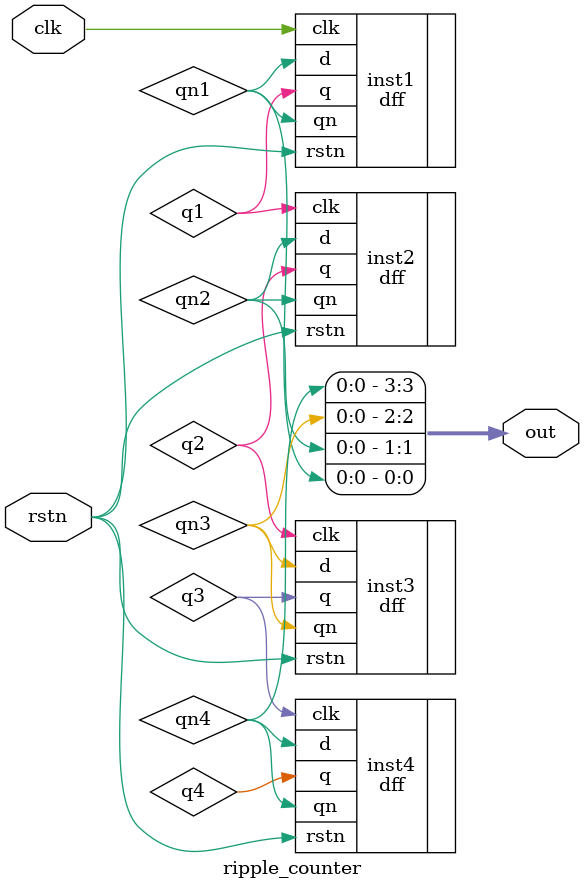
<source format=v>
`timescale 1ns / 1ps

module ripple_counter(
    input clk, 
    input rstn,
    output [3:0] out
    );
    
    //Outputs of FF's 1,2,3 and 4.
    wire q1;
    wire q2;
    wire q3;
    wire q4;
    
    //Negated outputs of FF's 1,2,3 and 4. 
    wire qn1;
    wire qn2;
    wire qn3;
    wire qn4;

    dff inst1(.clk(clk),.rstn(rstn),.d(qn1),.q(q1),.qn(qn1));
    dff inst2(.clk(q1),.rstn(rstn),.d(qn2),.q(q2),.qn(qn2));
    dff inst3(.clk(q2),.rstn(rstn),.d(qn3),.q(q3),.qn(qn3));
    dff inst4(.clk(q3),.rstn(rstn),.d(qn4),.q(q4),.qn(qn4));
    
    assign out = {qn4,qn3,qn2,qn1};
    
endmodule

</source>
